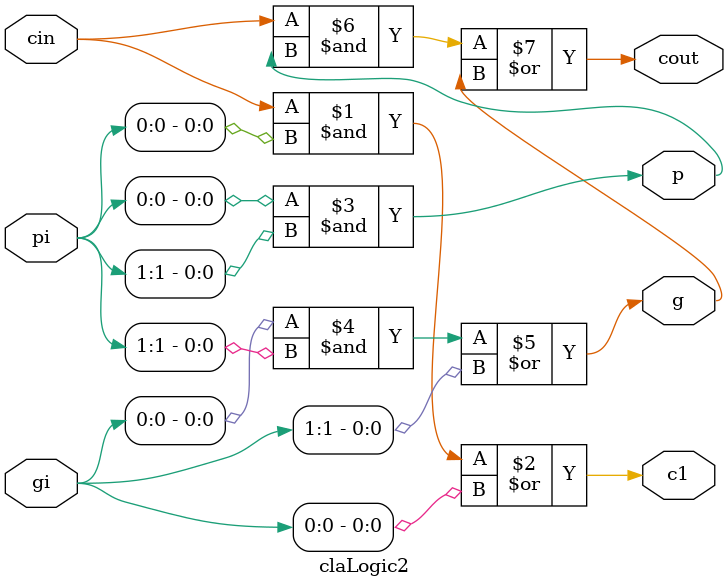
<source format=sv>


module claLogic2
(
    input logic cin,
    input logic [1 : 0] gi,
    input logic [1 : 0] pi,
    output logic c1,
    output logic g,
    output logic p,
    output logic cout
);

assign c1 = (cin & pi[0]) | gi[0];

assign p = pi[0] & pi[1];
assign g = (gi[0] & pi[1]) | 
gi[1];
assign cout = (cin & p) | g;
endmodule

</source>
